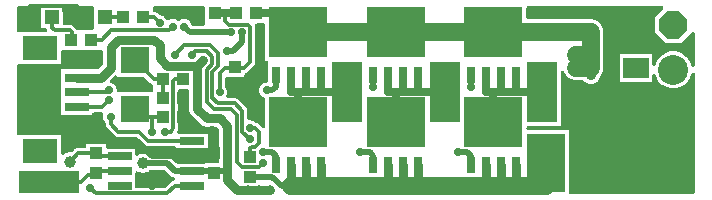
<source format=gbr>
G04 --- HEADER BEGIN --- *
%TF.GenerationSoftware,LibrePCB,LibrePCB,0.1.0*%
%TF.CreationDate,2018-04-15T17:46:50*%
%TF.ProjectId,Demo Brushless Controller Project - default,ace706f3-b818-4ce9-86ab-e3185109c18f,v1*%
%TF.Part,Single*%
%FSLAX66Y66*%
%MOMM*%
G01*
G74*
G04 --- HEADER END --- *
G04 --- APERTURE LIST BEGIN --- *
%ADD10P,2.54X8X22.5*%
%ADD11R,1.0X1.1*%
%ADD12R,1.2X1.2*%
%ADD13C,2.54*%
%ADD14P,2.54X8X292.5*%
%ADD15R,0.7X1.4*%
%ADD16R,5.0X4.3*%
%ADD17R,2.0X0.8*%
%ADD18R,3.0X2.1*%
%ADD19R,1.1X1.0*%
%ADD20R,2.54X5.08*%
%ADD21R,2.4X2.2*%
%ADD22R,2.16X1.78*%
%ADD23R,5.08X1.8288*%
%ADD24R,2.032X0.6604*%
%ADD25R,3.2X5.0*%
%ADD26C,0.7*%
%ADD27C,0.8*%
%ADD28C,1.0*%
%ADD29C,0.9*%
%ADD30C,0.5*%
%ADD31C,0.3*%
%ADD32C,1.5*%
%ADD33C,0.0*%
G04 --- APERTURE LIST END --- *
G04 --- BOARD BEGIN --- *
D10*
X55880000Y14605000D03*
D11*
X20535000Y15557500D03*
X18835000Y15557500D03*
D12*
X7717500Y15240000D03*
X5617500Y15240000D03*
D11*
X14343750Y10001250D03*
X12643750Y10001250D03*
D13*
X55880000Y10795000D03*
D14*
X55880000Y5715000D03*
D15*
X23495000Y2747500D03*
X24765000Y2747500D03*
X26035000Y2747500D03*
D16*
X24130000Y6397500D03*
D15*
X22225000Y2747500D03*
D17*
X5357500Y7630000D03*
D18*
X2232500Y12630000D03*
D17*
X5357500Y6380000D03*
X5357500Y8880000D03*
D18*
X2232500Y3880000D03*
D17*
X5357500Y10130000D03*
D19*
X6985000Y3707500D03*
X6985000Y2007500D03*
D15*
X23495000Y10367500D03*
X24765000Y10367500D03*
X26035000Y10367500D03*
D16*
X24130000Y14017500D03*
D15*
X22225000Y10367500D03*
X31750000Y2747500D03*
X33020000Y2747500D03*
X34290000Y2747500D03*
D16*
X32385000Y6397500D03*
D15*
X30480000Y2747500D03*
D11*
X4865000Y13335000D03*
X6565000Y13335000D03*
D10*
X55880000Y1905000D03*
D15*
X31750000Y10367500D03*
X33020000Y10367500D03*
X34290000Y10367500D03*
D16*
X32385000Y14017500D03*
D15*
X30480000Y10367500D03*
D11*
X9310000Y15240000D03*
X11010000Y15240000D03*
X16986250Y3707500D03*
X16986250Y2007500D03*
D20*
X36512500Y8890000D03*
X44767500Y8890000D03*
D15*
X40005000Y10367500D03*
X41275000Y10367500D03*
X42545000Y10367500D03*
D16*
X40640000Y14017500D03*
D15*
X38735000Y10367500D03*
D21*
X10318750Y7475000D03*
X10318750Y11575000D03*
D19*
X20002500Y1690000D03*
X20002500Y3390000D03*
X12643750Y6826250D03*
X14343750Y6826250D03*
D22*
X52705000Y6850000D03*
X52705000Y10920000D03*
D15*
X40005000Y2747500D03*
X41275000Y2747500D03*
X42545000Y2747500D03*
D16*
X40640000Y6397500D03*
D15*
X38735000Y2747500D03*
D23*
X3016250Y1270000D03*
D24*
X15138400Y952500D03*
X8991600Y4762500D03*
X8991600Y952500D03*
X15138400Y3492500D03*
X15138400Y2222500D03*
X8991600Y3492500D03*
X8991600Y2222500D03*
X15138400Y4762500D03*
D12*
X3272500Y15240000D03*
X1172500Y15240000D03*
D20*
X28257500Y8890000D03*
D25*
X49828450Y2857500D03*
X45104050Y2857500D03*
D11*
X17042500Y15557500D03*
X15342500Y15557500D03*
D19*
X12643750Y8413750D03*
X14343750Y8413750D03*
D11*
X18732500Y9310000D03*
X18732500Y11010000D03*
D26*
X8255000Y12065000D03*
X16033750Y11588750D03*
D27*
X18891250Y635000D03*
X19843750Y635000D03*
X20796250Y635000D03*
X21748750Y635000D03*
D28*
X10953750Y2857500D03*
D26*
X41275000Y4762500D03*
X21431250Y9048750D03*
X37623750Y3810000D03*
X13493750Y14446250D03*
X21113750Y3810000D03*
X11747500Y5556250D03*
D28*
X27622500Y14128750D03*
X35877500Y14128750D03*
X44132500Y14128750D03*
D29*
X48895000Y12700000D03*
X47625000Y12065000D03*
X47625000Y10953750D03*
X48895000Y10318750D03*
D28*
X4762500Y3016250D03*
D26*
X15081250Y12065000D03*
X21113750Y2857500D03*
X8096250Y8255000D03*
X12858750Y5556250D03*
X17462500Y8890000D03*
X29368750Y3810000D03*
X6508750Y793750D03*
X14446250Y14446250D03*
X18415000Y13970000D03*
X12700000Y1905000D03*
X15240000Y5715000D03*
X14446250Y5715000D03*
X10477500Y9525000D03*
X7620000Y5715000D03*
X7620000Y4921250D03*
X20002500Y9525000D03*
X16033750Y5715000D03*
X16827500Y5715000D03*
D27*
X2698750Y9366250D03*
X2698750Y8255000D03*
X2698750Y7143750D03*
X2698750Y6032500D03*
D26*
X4603750Y5080000D03*
X4603750Y4286250D03*
D27*
X2698750Y10477500D03*
D26*
X4445000Y15875000D03*
X13176250Y15398750D03*
X13970000Y15398750D03*
D29*
X53022500Y8572500D03*
D27*
X1587500Y9366250D03*
X1587500Y8255000D03*
X1587500Y7143750D03*
X1587500Y6032500D03*
D26*
X11747500Y952500D03*
X8096250Y9048750D03*
X8255000Y6826250D03*
X24765000Y4762500D03*
X12382500Y14763750D03*
X30480000Y9366250D03*
X33020000Y4762500D03*
X18097500Y12382500D03*
X19367500Y13970000D03*
X13652500Y12065000D03*
X20002500Y4921250D03*
X20002500Y5873750D03*
X38735000Y9366250D03*
D27*
X8255000Y12065000D02*
X8255000Y10953750D01*
X8255000Y12065000D02*
X8255000Y12700000D01*
X7431250Y10130000D02*
X8255000Y10953750D01*
X5357500Y10130000D02*
X7431250Y10130000D01*
X8255000Y12700000D02*
X8890000Y13335000D01*
X8890000Y13335000D02*
X11906250Y13335000D01*
X11906250Y13335000D02*
X12382500Y12858750D01*
X12382500Y12858750D02*
X12382500Y11747500D01*
X12382500Y11747500D02*
X13017500Y11112500D01*
X15557500Y11112500D02*
X13017500Y11112500D01*
X16033750Y11588750D02*
X15557500Y11112500D01*
X15557500Y11112500D02*
X15557500Y7461250D01*
X15557500Y7461250D02*
X16351250Y6667500D01*
X17462500Y6667500D02*
X16351250Y6667500D01*
X18097500Y6032500D02*
X17462500Y6667500D01*
X18097500Y2222500D02*
X18097500Y6032500D01*
X18097500Y1428750D02*
X18097500Y2222500D01*
D30*
X18097500Y2222500D02*
X16986250Y2222500D01*
D27*
X18891250Y635000D02*
X18097500Y1428750D01*
X19843750Y635000D02*
X18891250Y635000D01*
X20796250Y635000D02*
X19843750Y635000D01*
X21748750Y635000D02*
X20796250Y635000D01*
D30*
X16986250Y2222500D02*
X16986250Y2007500D01*
X16986250Y2222500D02*
X15138400Y2222500D01*
X15138400Y2222500D02*
X13652500Y2222500D01*
X13017500Y2857500D02*
X13652500Y2222500D01*
X10953750Y2857500D02*
X13017500Y2857500D01*
D26*
X40005000Y10367500D02*
X40005000Y8890000D01*
X40005000Y8890000D02*
X40640000Y8890000D01*
X40640000Y6397500D02*
X40640000Y8890000D01*
X40640000Y8890000D02*
X41275000Y8890000D01*
X41275000Y10367500D02*
X41275000Y8890000D01*
X41275000Y8890000D02*
X42545000Y8890000D01*
X42545000Y10367500D02*
X42545000Y8890000D01*
X42545000Y8890000D02*
X44767500Y8890000D01*
D30*
X21431250Y9048750D02*
X21907500Y9048750D01*
X21907500Y9048750D02*
X22225000Y9366250D01*
X22225000Y10367500D02*
X22225000Y9366250D01*
X37623750Y3810000D02*
X38417500Y3810000D01*
X38417500Y3810000D02*
X38735000Y3492500D01*
X38735000Y2747500D02*
X38735000Y3492500D01*
D31*
X11906250Y10001250D02*
X10318750Y11575000D01*
X12643750Y10001250D02*
X11906250Y10001250D01*
X12700000Y8628750D02*
X12643750Y10001250D01*
X12643750Y8413750D02*
X12700000Y8628750D01*
X13176250Y14128750D02*
X13493750Y14446250D01*
X8255000Y14128750D02*
X13176250Y14128750D01*
X7461250Y13335000D02*
X8255000Y14128750D01*
X6565000Y13335000D02*
X7461250Y13335000D01*
D30*
X21113750Y3810000D02*
X21907500Y3810000D01*
X21907500Y3810000D02*
X22225000Y3492500D01*
X22225000Y2747500D02*
X22225000Y3492500D01*
D31*
X11747500Y6826250D02*
X11747500Y5556250D01*
X12643750Y6826250D02*
X11747500Y6826250D01*
X11747500Y6826250D02*
X10953750Y6826250D01*
X10953750Y6826250D02*
X10318750Y7475000D01*
D32*
X48895000Y12065000D02*
X47625000Y12065000D01*
X48895000Y12065000D02*
X48895000Y14017500D01*
X48895000Y10953750D02*
X48895000Y12065000D01*
X24130000Y14017500D02*
X48895000Y14017500D01*
D26*
X23971250Y15557500D02*
X24130000Y14017500D01*
X20535000Y15557500D02*
X23971250Y15557500D01*
D32*
X48895000Y10953750D02*
X47625000Y10953750D01*
D31*
X5453750Y3707500D02*
X4762500Y3016250D01*
X6985000Y3707500D02*
X5453750Y3707500D01*
X6985000Y3707500D02*
X7200000Y3492500D01*
X7200000Y3492500D02*
X8991600Y3492500D01*
X9310000Y15240000D02*
X7717500Y15240000D01*
X15398750Y12382500D02*
X15081250Y12065000D01*
X15875000Y12382500D02*
X15398750Y12382500D01*
X16351250Y12382500D02*
X15875000Y12382500D01*
X16827500Y11906250D02*
X16351250Y12382500D01*
X16827500Y11271250D02*
X16827500Y11906250D01*
X16351250Y10795000D02*
X16827500Y11271250D01*
X16351250Y8096250D02*
X16351250Y10795000D01*
X16986250Y7461250D02*
X16351250Y8096250D01*
X18415000Y7461250D02*
X16986250Y7461250D01*
X18891250Y6985000D02*
X18415000Y7461250D01*
X18891250Y3016250D02*
X18891250Y6985000D01*
X19367500Y2540000D02*
X18891250Y3016250D01*
X20796250Y2540000D02*
X19367500Y2540000D01*
X21113750Y2857500D02*
X20796250Y2540000D01*
X7471250Y7630000D02*
X8096250Y8255000D01*
X5357500Y7630000D02*
X7471250Y7630000D01*
X12858750Y5556250D02*
X13335000Y5556250D01*
X13493750Y5873750D02*
X13335000Y5556250D01*
X13493750Y9842500D02*
X13493750Y5873750D01*
X13652500Y10001250D02*
X13493750Y9842500D01*
X14343750Y10001250D02*
X13652500Y10001250D01*
X17462500Y8890000D02*
X17462500Y10477500D01*
X17462500Y10477500D02*
X17938750Y10953750D01*
X18732500Y11010000D02*
X17938750Y10953750D01*
X18732500Y11010000D02*
X19526250Y10953750D01*
X19526250Y10953750D02*
X20002500Y11430000D01*
X20002500Y11430000D02*
X20002500Y14446250D01*
X20002500Y14446250D02*
X19843750Y14605000D01*
X19843750Y14605000D02*
X18256250Y14605000D01*
X18256250Y14605000D02*
X17938750Y14922500D01*
X17938750Y15557500D02*
X17938750Y14922500D01*
D26*
X17938750Y15557500D02*
X17042500Y15557500D01*
X18835000Y15557500D02*
X17938750Y15557500D01*
D32*
X45104050Y2857500D02*
X45104050Y952500D01*
X45104050Y952500D02*
X42545000Y952500D01*
D27*
X42545000Y952500D02*
X42545000Y2747500D01*
D32*
X42545000Y952500D02*
X41275000Y952500D01*
D27*
X41275000Y952500D02*
X41275000Y2747500D01*
D32*
X41275000Y952500D02*
X40005000Y952500D01*
D27*
X40005000Y952500D02*
X40005000Y2747500D01*
D32*
X40005000Y952500D02*
X34290000Y952500D01*
D27*
X34290000Y952500D02*
X34290000Y2747500D01*
D32*
X34290000Y952500D02*
X33020000Y952500D01*
D27*
X33020000Y952500D02*
X33020000Y2747500D01*
D32*
X33020000Y952500D02*
X31750000Y952500D01*
D27*
X31750000Y952500D02*
X31750000Y2747500D01*
D32*
X31750000Y952500D02*
X26035000Y952500D01*
D27*
X26035000Y952500D02*
X26035000Y2747500D01*
D32*
X26035000Y952500D02*
X24765000Y952500D01*
D27*
X24765000Y952500D02*
X24765000Y2747500D01*
D32*
X23495000Y952500D02*
X24765000Y952500D01*
D30*
X23495000Y952500D02*
X22701250Y952500D01*
D27*
X23495000Y952500D02*
X23495000Y2747500D01*
D30*
X21907500Y1690000D02*
X22701250Y952500D01*
X20002500Y1690000D02*
X21907500Y1690000D01*
X29368750Y3810000D02*
X30162500Y3810000D01*
X30162500Y3810000D02*
X30480000Y3492500D01*
X30480000Y2747500D02*
X30480000Y3492500D01*
D31*
X6508750Y793750D02*
X6985000Y317500D01*
X6985000Y317500D02*
X13017500Y317500D01*
X13017500Y317500D02*
X13652500Y952500D01*
X13652500Y952500D02*
X15138400Y952500D01*
D30*
X14922500Y13970000D02*
X14446250Y14446250D01*
X18415000Y13970000D02*
X14922500Y13970000D01*
X14343750Y5715000D02*
X15240000Y5715000D01*
X15240000Y5715000D02*
X16033750Y5715000D01*
X14343750Y5715000D02*
X14446250Y5715000D01*
X14343750Y6826250D02*
X14343750Y5715000D01*
X7620000Y5715000D02*
X7620000Y4921250D01*
X6955000Y6380000D02*
X7620000Y5715000D01*
X7620000Y4921250D02*
X7778750Y4762500D01*
X7778750Y4762500D02*
X8991600Y4762500D01*
X8991600Y4762500D02*
X10477500Y4762500D01*
X11747500Y3492500D02*
X10477500Y4762500D01*
X15138400Y3492500D02*
X11747500Y3492500D01*
X16986250Y3492500D02*
X15138400Y3492500D01*
X16986250Y3707500D02*
X16986250Y3492500D01*
X5357500Y6380000D02*
X6955000Y6380000D01*
D31*
X19787500Y9310000D02*
X20002500Y9525000D01*
X18732500Y9310000D02*
X19787500Y9310000D01*
D30*
X16033750Y5715000D02*
X16827500Y5715000D01*
D31*
X4445000Y16192500D02*
X4445000Y15875000D01*
X1428750Y16192500D02*
X4445000Y16192500D01*
X4445000Y16192500D02*
X5397500Y16192500D01*
X1172500Y15936250D02*
X1428750Y16192500D01*
X1172500Y15240000D02*
X1172500Y15936250D01*
X5397500Y16192500D02*
X5556250Y16033750D01*
X5617500Y15240000D02*
X5556250Y16033750D01*
D26*
X13970000Y15398750D02*
X13970000Y15557500D01*
X13970000Y15557500D02*
X15342500Y15557500D01*
D31*
X7927500Y8880000D02*
X8096250Y9048750D01*
X5357500Y8880000D02*
X7927500Y8880000D01*
X8255000Y6826250D02*
X8255000Y6191250D01*
X8890000Y5556250D02*
X8255000Y6191250D01*
X10636250Y5556250D02*
X8890000Y5556250D01*
X11430000Y4762500D02*
X10636250Y5556250D01*
X15138400Y4762500D02*
X11430000Y4762500D01*
D26*
X28257500Y8890000D02*
X26035000Y8890000D01*
X26035000Y10367500D02*
X26035000Y8890000D01*
X26035000Y8890000D02*
X24765000Y8890000D01*
X24765000Y10367500D02*
X24765000Y8890000D01*
X24765000Y8890000D02*
X24130000Y8890000D01*
X24130000Y6397500D02*
X24130000Y8890000D01*
X24130000Y8890000D02*
X23495000Y8890000D01*
X23495000Y8890000D02*
X23495000Y10367500D01*
D31*
X11906250Y15240000D02*
X12382500Y14763750D01*
X11010000Y15240000D02*
X11906250Y15240000D01*
D30*
X30480000Y10367500D02*
X30480000Y9366250D01*
D26*
X36512500Y8890000D02*
X34290000Y8890000D01*
X34290000Y10367500D02*
X34290000Y8890000D01*
X34290000Y8890000D02*
X33020000Y8890000D01*
X33020000Y10367500D02*
X33020000Y8890000D01*
X33020000Y8890000D02*
X32385000Y8890000D01*
X32385000Y6397500D02*
X32385000Y8890000D01*
X32385000Y8890000D02*
X31750000Y8890000D01*
X31750000Y8890000D02*
X31750000Y10367500D01*
D30*
X18097500Y12382500D02*
X18573750Y12382500D01*
X19367500Y13176250D02*
X18573750Y12382500D01*
X19367500Y13970000D02*
X19367500Y13176250D01*
D31*
X14446250Y12858750D02*
X13652500Y12065000D01*
X16668750Y12858750D02*
X14446250Y12858750D01*
X17303750Y12223750D02*
X16668750Y12858750D01*
X17303750Y11112500D02*
X17303750Y12223750D01*
X16827500Y10636250D02*
X17303750Y11112500D01*
X16827500Y8413750D02*
X16827500Y10636250D01*
X17303750Y7937500D02*
X16827500Y8413750D01*
X18732500Y7937500D02*
X17303750Y7937500D01*
X19367500Y7302500D02*
X18732500Y7937500D01*
X19367500Y5556250D02*
X19367500Y7302500D01*
X20002500Y4921250D02*
X19367500Y5556250D01*
X20002500Y5873750D02*
X20478750Y5873750D01*
X20478750Y5873750D02*
X20796250Y5556250D01*
X20796250Y5556250D02*
X20796250Y4603750D01*
X20796250Y4603750D02*
X20478750Y4286250D01*
X20478750Y4286250D02*
X20161250Y4286250D01*
X20161250Y4286250D02*
X20002500Y4127500D01*
X20002500Y3390000D02*
X20002500Y4127500D01*
X6985000Y2007500D02*
X7200000Y2222500D01*
X6985000Y2007500D02*
X6882500Y1905000D01*
X7200000Y2222500D02*
X8991600Y2222500D01*
X6882500Y1905000D02*
X6350000Y1905000D01*
X6350000Y1905000D02*
X5715000Y1270000D01*
X5715000Y1270000D02*
X3016250Y1270000D01*
D30*
X38735000Y10367500D02*
X38735000Y9366250D01*
D31*
X3272500Y15240000D02*
X3272500Y14348750D01*
X3272500Y14348750D02*
X3492500Y14128750D01*
X3492500Y14128750D02*
X4762500Y14128750D01*
X4762500Y14128750D02*
X4921250Y13970000D01*
X4865000Y13335000D02*
X4921250Y13970000D01*
D33*
G36*
X2792078Y13999667D02*
X2846859Y14053510D01*
X2867805Y14127410D01*
X2854272Y14192311D01*
X2845185Y14212209D01*
X2839298Y14232259D01*
X2799510Y14297962D01*
X2695374Y14340000D01*
X2392029Y14340000D01*
X2376938Y14343997D01*
X2372500Y14360187D01*
X2372500Y16050000D01*
X2352833Y16124251D01*
X2298990Y16179032D01*
X2222500Y16200000D01*
X450000Y16200000D01*
X375749Y16180333D01*
X320968Y16126490D01*
X300000Y16050000D01*
X300000Y14130000D01*
X319667Y14055749D01*
X373510Y14000968D01*
X450000Y13980000D01*
X2717827Y13980000D01*
X2792078Y13999667D01*
G37*
G36*
X57624251Y319667D02*
X57679032Y373510D01*
X57700000Y450000D01*
X57700000Y10403896D01*
X57680333Y10478147D01*
X57626490Y10532928D01*
X57552590Y10553874D01*
X57478010Y10535492D01*
X57422308Y10482603D01*
X57404145Y10438913D01*
X57374535Y10315578D01*
X57370902Y10304396D01*
X57281137Y10087682D01*
X57275800Y10077207D01*
X57153237Y9877204D01*
X57146326Y9867693D01*
X56993985Y9689324D01*
X56985675Y9681014D01*
X56807306Y9528673D01*
X56797795Y9521762D01*
X56597792Y9399199D01*
X56587317Y9393862D01*
X56370603Y9304097D01*
X56359421Y9300464D01*
X56131332Y9245705D01*
X56119733Y9243867D01*
X55885870Y9225462D01*
X55874130Y9225462D01*
X55640266Y9243867D01*
X55628667Y9245705D01*
X55400578Y9300464D01*
X55389396Y9304097D01*
X55172682Y9393862D01*
X55162207Y9399199D01*
X54962204Y9521762D01*
X54952693Y9528673D01*
X54774324Y9681014D01*
X54766014Y9689324D01*
X54613673Y9867693D01*
X54606762Y9877204D01*
X54484199Y10077207D01*
X54478862Y10087682D01*
X54389097Y10304396D01*
X54385464Y10315578D01*
X54380855Y10334776D01*
X54344398Y10402385D01*
X54279254Y10443082D01*
X54202506Y10446197D01*
X54134278Y10410913D01*
X54092462Y10346481D01*
X54085000Y10299759D01*
X54085000Y9749529D01*
X54081003Y9734438D01*
X54064813Y9730000D01*
X51344529Y9730000D01*
X51329438Y9733997D01*
X51325000Y9750187D01*
X51325000Y12090471D01*
X51328997Y12105562D01*
X51345187Y12110000D01*
X54065471Y12110000D01*
X54080562Y12106003D01*
X54085000Y12089813D01*
X54085000Y11290240D01*
X54104667Y11215989D01*
X54158510Y11161208D01*
X54232410Y11140262D01*
X54306990Y11158644D01*
X54362692Y11211533D01*
X54380855Y11255223D01*
X54385464Y11274421D01*
X54389097Y11285603D01*
X54478862Y11502317D01*
X54484199Y11512792D01*
X54606762Y11712795D01*
X54613673Y11722306D01*
X54766014Y11900675D01*
X54774324Y11908985D01*
X54952693Y12061326D01*
X54962204Y12068237D01*
X55162207Y12190800D01*
X55172682Y12196137D01*
X55389396Y12285902D01*
X55400578Y12289535D01*
X55628667Y12344294D01*
X55640266Y12346132D01*
X55874130Y12364538D01*
X55885870Y12364538D01*
X56119733Y12346132D01*
X56131332Y12344294D01*
X56359421Y12289535D01*
X56370603Y12285902D01*
X56587317Y12196137D01*
X56597792Y12190800D01*
X56797795Y12068237D01*
X56807306Y12061326D01*
X56985675Y11908985D01*
X56993985Y11900675D01*
X57146326Y11722306D01*
X57153237Y11712795D01*
X57275800Y11512792D01*
X57281137Y11502317D01*
X57370902Y11285603D01*
X57374535Y11274421D01*
X57404145Y11151086D01*
X57440601Y11083478D01*
X57505745Y11042780D01*
X57582493Y11039665D01*
X57650721Y11074949D01*
X57692538Y11139380D01*
X57700000Y11186103D01*
X57700000Y13842553D01*
X57680333Y13916804D01*
X57626490Y13971585D01*
X57552590Y13992531D01*
X57478010Y13974149D01*
X57443934Y13948619D01*
X56544124Y13048809D01*
X56520394Y13035017D01*
X56520265Y13035000D01*
X55249214Y13035000D01*
X55222682Y13042027D01*
X55222577Y13042108D01*
X54323809Y13940876D01*
X54310017Y13964606D01*
X54310000Y13964735D01*
X54310000Y15235786D01*
X54317027Y15262318D01*
X54317108Y15262423D01*
X54998619Y15943934D01*
X55037216Y16010344D01*
X55037879Y16087152D01*
X55000435Y16154219D01*
X54934701Y16193957D01*
X54892553Y16200000D01*
X43590000Y16200000D01*
X43515749Y16180333D01*
X43460968Y16126490D01*
X43440000Y16050000D01*
X43440000Y15217500D01*
X43459667Y15143249D01*
X43513510Y15088468D01*
X43590000Y15067500D01*
X48891531Y15067500D01*
X48898455Y15067180D01*
X48936439Y15063660D01*
X48950280Y15063020D01*
X48984946Y15063020D01*
X48998694Y15061746D01*
X49032776Y15055375D01*
X49046498Y15053461D01*
X49081030Y15050261D01*
X49094610Y15047722D01*
X49127960Y15038234D01*
X49141444Y15035062D01*
X49175532Y15028690D01*
X49188812Y15024911D01*
X49221148Y15012384D01*
X49234285Y15007981D01*
X49267635Y14998492D01*
X49280515Y14993503D01*
X49311556Y14978046D01*
X49324232Y14972449D01*
X49356558Y14959926D01*
X49368925Y14953768D01*
X49398404Y14935516D01*
X49410506Y14928775D01*
X49441541Y14913321D01*
X49453287Y14906049D01*
X49480963Y14885149D01*
X49492393Y14877319D01*
X49521876Y14859064D01*
X49532896Y14850742D01*
X49558522Y14827382D01*
X49569176Y14818534D01*
X49596847Y14797637D01*
X49607060Y14788327D01*
X49630414Y14762709D01*
X49640209Y14752914D01*
X49665833Y14729554D01*
X49675134Y14719352D01*
X49696031Y14691679D01*
X49704883Y14681020D01*
X49728244Y14655394D01*
X49736568Y14644372D01*
X49754826Y14614883D01*
X49762656Y14603452D01*
X49783548Y14575786D01*
X49790821Y14564041D01*
X49806272Y14533011D01*
X49813013Y14520908D01*
X49831272Y14491418D01*
X49837423Y14479065D01*
X49849952Y14446725D01*
X49855548Y14434052D01*
X49871003Y14403014D01*
X49875992Y14390135D01*
X49885481Y14356784D01*
X49889884Y14343648D01*
X49902411Y14311312D01*
X49906190Y14298031D01*
X49912562Y14263945D01*
X49915734Y14250459D01*
X49925223Y14217108D01*
X49927761Y14203531D01*
X49930961Y14168999D01*
X49932875Y14155277D01*
X49939246Y14121194D01*
X49940520Y14107448D01*
X49940520Y14072780D01*
X49941160Y14058939D01*
X49944680Y14020955D01*
X49945000Y14014031D01*
X49945000Y10957219D01*
X49944680Y10950295D01*
X49941160Y10912311D01*
X49940520Y10898470D01*
X49940520Y10863803D01*
X49939246Y10850055D01*
X49932875Y10815973D01*
X49930961Y10802251D01*
X49927761Y10767719D01*
X49925222Y10754139D01*
X49915734Y10720789D01*
X49912562Y10707305D01*
X49906190Y10673217D01*
X49902411Y10659937D01*
X49889884Y10627601D01*
X49885481Y10614464D01*
X49875992Y10581114D01*
X49871003Y10568234D01*
X49855546Y10537193D01*
X49849949Y10524517D01*
X49837426Y10492191D01*
X49831268Y10479824D01*
X49813016Y10450345D01*
X49806275Y10438243D01*
X49790821Y10407208D01*
X49783549Y10395462D01*
X49762649Y10367786D01*
X49754819Y10356356D01*
X49736564Y10326873D01*
X49728242Y10315853D01*
X49704882Y10290227D01*
X49696034Y10279573D01*
X49675137Y10251902D01*
X49664915Y10240689D01*
X49631863Y10167790D01*
X49629013Y10168441D01*
X49623415Y10143914D01*
X49573506Y10001283D01*
X49566247Y9986208D01*
X49485855Y9858265D01*
X49475415Y9845174D01*
X49368575Y9738334D01*
X49355484Y9727894D01*
X49227541Y9647502D01*
X49212466Y9640243D01*
X49069834Y9590334D01*
X49053526Y9586612D01*
X48903369Y9569693D01*
X48886631Y9569693D01*
X48736473Y9586612D01*
X48720165Y9590334D01*
X48577533Y9640243D01*
X48562458Y9647502D01*
X48434515Y9727894D01*
X48421424Y9738334D01*
X48314580Y9845178D01*
X48312911Y9847271D01*
X48311264Y9848494D01*
X48308626Y9851132D01*
X48308236Y9850742D01*
X48251241Y9893062D01*
X48195635Y9903750D01*
X47628469Y9903750D01*
X47621544Y9904070D01*
X47438967Y9920988D01*
X47425395Y9923525D01*
X47252363Y9972757D01*
X47239492Y9977743D01*
X47078452Y10057931D01*
X47066714Y10065198D01*
X46923154Y10173610D01*
X46912944Y10182918D01*
X46791756Y10315854D01*
X46783430Y10326879D01*
X46688730Y10479826D01*
X46682571Y10492195D01*
X46627371Y10634684D01*
X46582210Y10696817D01*
X46512214Y10728448D01*
X46435737Y10721284D01*
X46372834Y10677202D01*
X46337500Y10580498D01*
X46337500Y6069529D01*
X46333503Y6054438D01*
X46317313Y6050000D01*
X43590000Y6050000D01*
X43515749Y6030333D01*
X43460968Y5976490D01*
X43440000Y5900000D01*
X43440000Y5807500D01*
X43459667Y5733249D01*
X43513510Y5678468D01*
X43590000Y5657500D01*
X46984521Y5657500D01*
X46999612Y5653503D01*
X47004050Y5637313D01*
X47004050Y450000D01*
X47023717Y375749D01*
X47077560Y320968D01*
X47154050Y300000D01*
X57550000Y300000D01*
X57624251Y319667D01*
G37*
G36*
X5755515Y14176866D02*
X5785187Y14185000D01*
X6668871Y14185000D01*
X6743122Y14204667D01*
X6797903Y14258510D01*
X6818849Y14332410D01*
X6817500Y14343129D01*
X6817500Y16050000D01*
X6797833Y16124251D01*
X6743990Y16179032D01*
X6667500Y16200000D01*
X4322500Y16200000D01*
X4248249Y16180333D01*
X4193468Y16126490D01*
X4172500Y16050000D01*
X4172500Y14728750D01*
X4192167Y14654499D01*
X4246010Y14599718D01*
X4322500Y14578750D01*
X4757138Y14578750D01*
X4767808Y14577987D01*
X4804834Y14572663D01*
X4815481Y14571518D01*
X4847456Y14569231D01*
X4873476Y14563570D01*
X4899035Y14556066D01*
X4928185Y14542754D01*
X4938074Y14538658D01*
X4968111Y14527454D01*
X4991491Y14514687D01*
X5013899Y14500287D01*
X5038120Y14479299D01*
X5046456Y14472581D01*
X5076404Y14450161D01*
X5084489Y14443156D01*
X5235654Y14291991D01*
X5246167Y14279858D01*
X5246283Y14279959D01*
X5249802Y14275827D01*
X5270515Y14247157D01*
X5329939Y14198488D01*
X5392103Y14185000D01*
X5645471Y14185000D01*
X5677453Y14176529D01*
X5755515Y14176866D01*
G37*
G36*
X16177031Y14539667D02*
X16231812Y14593510D01*
X16252758Y14667410D01*
X16247443Y14709657D01*
X16242500Y14727688D01*
X16242500Y16050000D01*
X16222833Y16124251D01*
X16168990Y16179032D01*
X16092500Y16200000D01*
X11960000Y16200000D01*
X11885749Y16180333D01*
X11830968Y16126490D01*
X11810000Y16050000D01*
X11810000Y15833814D01*
X11829667Y15759563D01*
X11883510Y15704782D01*
X11938653Y15685341D01*
X11948585Y15683913D01*
X11959231Y15682768D01*
X11991206Y15680481D01*
X12017226Y15674820D01*
X12042785Y15667316D01*
X12071935Y15654004D01*
X12081824Y15649908D01*
X12111861Y15638704D01*
X12135241Y15625937D01*
X12157649Y15611537D01*
X12181870Y15590549D01*
X12190206Y15583831D01*
X12220154Y15561411D01*
X12228239Y15554406D01*
X12329701Y15452944D01*
X12396111Y15414347D01*
X12435767Y15409010D01*
X12451775Y15409010D01*
X12469659Y15406838D01*
X12604183Y15373682D01*
X12621028Y15367293D01*
X12743703Y15302908D01*
X12758536Y15292670D01*
X12862239Y15200796D01*
X12874186Y15187310D01*
X12952893Y15073285D01*
X12958146Y15063277D01*
X13010066Y15006671D01*
X13083200Y14983188D01*
X13160672Y15000169D01*
X13255224Y15049794D01*
X13272066Y15056182D01*
X13406590Y15089338D01*
X13424474Y15091510D01*
X13563025Y15091510D01*
X13580909Y15089338D01*
X13715433Y15056182D01*
X13732278Y15049793D01*
X13854955Y14985407D01*
X13869787Y14975170D01*
X13870531Y14974511D01*
X13871309Y14974120D01*
X13877256Y14970015D01*
X13877826Y14970841D01*
X13939150Y14939994D01*
X14015859Y14943969D01*
X14062417Y14970493D01*
X14062746Y14970016D01*
X14068259Y14973821D01*
X14069468Y14974510D01*
X14070213Y14975170D01*
X14085046Y14985408D01*
X14207721Y15049793D01*
X14224566Y15056182D01*
X14359090Y15089338D01*
X14376974Y15091510D01*
X14515525Y15091510D01*
X14533409Y15089338D01*
X14667933Y15056182D01*
X14684778Y15049793D01*
X14807453Y14985408D01*
X14822286Y14975170D01*
X14925989Y14883296D01*
X14937936Y14869810D01*
X15016641Y14755788D01*
X15025014Y14739835D01*
X15071351Y14617655D01*
X15105537Y14564780D01*
X15106383Y14563934D01*
X15172793Y14525337D01*
X15212449Y14520000D01*
X16102780Y14520000D01*
X16177031Y14539667D01*
G37*
G36*
X21284219Y5913145D02*
X21323957Y5978879D01*
X21330000Y6021027D01*
X21330000Y8291616D01*
X21310333Y8365867D01*
X21256490Y8420648D01*
X21215898Y8437257D01*
X21209565Y8438818D01*
X21192721Y8445206D01*
X21070046Y8509591D01*
X21055213Y8519829D01*
X20951510Y8611703D01*
X20939563Y8625189D01*
X20860858Y8739211D01*
X20852485Y8755164D01*
X20803355Y8884710D01*
X20799043Y8902201D01*
X20782344Y9039740D01*
X20782344Y9057760D01*
X20799043Y9195298D01*
X20803355Y9212789D01*
X20852485Y9342335D01*
X20860858Y9358288D01*
X20939563Y9472310D01*
X20951510Y9485796D01*
X21055213Y9577670D01*
X21070046Y9587908D01*
X21192721Y9652293D01*
X21209566Y9658682D01*
X21344090Y9691838D01*
X21361974Y9694010D01*
X21425000Y9694010D01*
X21499251Y9713677D01*
X21554032Y9767520D01*
X21575000Y9844010D01*
X21575000Y11347969D01*
X21583244Y11379093D01*
X21583244Y11455904D01*
X21545223Y11522645D01*
X21479149Y11561815D01*
X21438244Y11567500D01*
X21349529Y11567500D01*
X21334438Y11571497D01*
X21330000Y11587687D01*
X21330000Y14557500D01*
X21310333Y14631751D01*
X21256490Y14686532D01*
X21180000Y14707500D01*
X20590767Y14707500D01*
X20516516Y14687833D01*
X20461735Y14633990D01*
X20446889Y14542239D01*
X20442214Y14541905D01*
X20445264Y14499259D01*
X20446409Y14488612D01*
X20451737Y14451558D01*
X20452500Y14440888D01*
X20452500Y11435362D01*
X20451737Y11424693D01*
X20446411Y11387652D01*
X20445266Y11377005D01*
X20442980Y11345046D01*
X20437319Y11319022D01*
X20429815Y11293462D01*
X20416496Y11264298D01*
X20412400Y11254407D01*
X20401205Y11224391D01*
X20388436Y11201007D01*
X20374038Y11178603D01*
X20353036Y11154366D01*
X20346315Y11146025D01*
X20323908Y11116091D01*
X20316908Y11108013D01*
X19848237Y10639342D01*
X19840156Y10632340D01*
X19793337Y10597292D01*
X19793257Y10597233D01*
X19750861Y10565452D01*
X19741709Y10560469D01*
X19741310Y10560251D01*
X19731732Y10554998D01*
X19682699Y10536710D01*
X19682705Y10536693D01*
X19682606Y10536676D01*
X19629988Y10517011D01*
X19567320Y10472595D01*
X19532500Y10376503D01*
X19532500Y10179529D01*
X19528503Y10164438D01*
X19512313Y10160000D01*
X18062500Y10160000D01*
X17988249Y10140333D01*
X17933468Y10086490D01*
X17912500Y10010000D01*
X17912500Y9417502D01*
X17949076Y9321060D01*
X17949031Y9321029D01*
X17949156Y9320848D01*
X17950223Y9318034D01*
X17954186Y9313560D01*
X18032891Y9199538D01*
X18041264Y9183585D01*
X18090394Y9054040D01*
X18094706Y9036547D01*
X18111406Y8899010D01*
X18111406Y8880990D01*
X18094706Y8743452D01*
X18090394Y8725959D01*
X18039093Y8590691D01*
X18031151Y8514291D01*
X18062070Y8443977D01*
X18123740Y8398187D01*
X18179345Y8387500D01*
X18727138Y8387500D01*
X18737808Y8386737D01*
X18774862Y8381409D01*
X18785509Y8380264D01*
X18817456Y8377979D01*
X18843501Y8372313D01*
X18869031Y8364816D01*
X18898203Y8351494D01*
X18908097Y8347396D01*
X18938114Y8336200D01*
X18961507Y8323427D01*
X18983894Y8309039D01*
X19008117Y8288050D01*
X19016454Y8281332D01*
X19046414Y8258904D01*
X19054481Y8251914D01*
X19681908Y7624487D01*
X19688908Y7616408D01*
X19711324Y7586463D01*
X19718045Y7578122D01*
X19739037Y7553896D01*
X19753429Y7531502D01*
X19766203Y7508110D01*
X19777398Y7478093D01*
X19781496Y7468200D01*
X19794814Y7439038D01*
X19802318Y7413481D01*
X19807979Y7387458D01*
X19810264Y7355509D01*
X19811409Y7344862D01*
X19816737Y7307808D01*
X19817500Y7297138D01*
X19817500Y6669010D01*
X19837167Y6594759D01*
X19891010Y6539978D01*
X19967500Y6519010D01*
X20071775Y6519010D01*
X20089659Y6516838D01*
X20224183Y6483682D01*
X20241028Y6477293D01*
X20363703Y6412908D01*
X20378536Y6402670D01*
X20431822Y6355462D01*
X20509942Y6319265D01*
X20521083Y6317663D01*
X20531731Y6316518D01*
X20563706Y6314231D01*
X20589726Y6308570D01*
X20615285Y6301066D01*
X20644435Y6287754D01*
X20654324Y6283658D01*
X20684361Y6272454D01*
X20707741Y6259687D01*
X20730149Y6245287D01*
X20754370Y6224299D01*
X20762706Y6217581D01*
X20792654Y6195161D01*
X20800739Y6188156D01*
X21073934Y5914961D01*
X21140344Y5876364D01*
X21217152Y5875701D01*
X21284219Y5913145D01*
G37*
G36*
X16204406Y2857500D02*
X17247500Y2857500D01*
X17321751Y2877167D01*
X17376532Y2931010D01*
X17397500Y3007500D01*
X17397500Y5680419D01*
X17377833Y5754670D01*
X17353566Y5786485D01*
X17216485Y5923566D01*
X17150075Y5962163D01*
X17110419Y5967500D01*
X16355456Y5967500D01*
X16347071Y5967971D01*
X16320550Y5970959D01*
X16303756Y5971902D01*
X16281300Y5971902D01*
X16264657Y5973777D01*
X16242769Y5978773D01*
X16226185Y5981591D01*
X16203856Y5984107D01*
X16187530Y5987833D01*
X16166320Y5995255D01*
X16150156Y5999912D01*
X16128275Y6004906D01*
X16112457Y6010441D01*
X16092244Y6020175D01*
X16076704Y6026613D01*
X16055477Y6034041D01*
X16040398Y6041302D01*
X16021365Y6053262D01*
X16006638Y6061401D01*
X15986421Y6071136D01*
X15972239Y6080047D01*
X15954689Y6094043D01*
X15940972Y6103776D01*
X15921937Y6115737D01*
X15908852Y6126172D01*
X15892954Y6142070D01*
X15880412Y6153278D01*
X15859567Y6169902D01*
X15853301Y6175501D01*
X15065501Y6963301D01*
X15059902Y6969567D01*
X15043278Y6990412D01*
X15032070Y7002954D01*
X15016172Y7018852D01*
X15005737Y7031937D01*
X14993776Y7050972D01*
X14984043Y7064689D01*
X14970045Y7082242D01*
X14961136Y7096422D01*
X14951398Y7116642D01*
X14943261Y7131365D01*
X14931304Y7150394D01*
X14924041Y7165477D01*
X14916614Y7186701D01*
X14910176Y7202241D01*
X14900438Y7222462D01*
X14894907Y7238268D01*
X14889912Y7260154D01*
X14885255Y7276318D01*
X14877834Y7297526D01*
X14874107Y7313858D01*
X14871591Y7336186D01*
X14868773Y7352772D01*
X14863777Y7374660D01*
X14861902Y7391301D01*
X14861902Y7413756D01*
X14860959Y7430550D01*
X14857971Y7457071D01*
X14857500Y7465456D01*
X14857500Y9001250D01*
X14837833Y9075501D01*
X14783990Y9130282D01*
X14707500Y9151250D01*
X14093750Y9151250D01*
X14019499Y9131583D01*
X13964718Y9077740D01*
X13943750Y9001250D01*
X13943750Y5879112D01*
X13942987Y5868450D01*
X13939196Y5842078D01*
X13937763Y5826022D01*
X13937013Y5804773D01*
X13933252Y5783874D01*
X13933200Y5783718D01*
X13927070Y5757750D01*
X13927047Y5757587D01*
X13921064Y5737212D01*
X13912231Y5717871D01*
X13906329Y5702860D01*
X13897930Y5677586D01*
X13893847Y5667716D01*
X13864880Y5609782D01*
X13849264Y5534575D01*
X13872924Y5461498D01*
X13929655Y5409714D01*
X13999044Y5392700D01*
X16434871Y5392700D01*
X16449962Y5388703D01*
X16454400Y5372513D01*
X16454400Y4151829D01*
X16450403Y4136738D01*
X16434213Y4132300D01*
X13841929Y4132300D01*
X13826838Y4136297D01*
X13822400Y4152487D01*
X13822400Y4162500D01*
X13802733Y4236751D01*
X13748890Y4291532D01*
X13672400Y4312500D01*
X11435362Y4312500D01*
X11424692Y4313263D01*
X11387659Y4318588D01*
X11377010Y4319733D01*
X11345043Y4322019D01*
X11319026Y4327678D01*
X11293459Y4335185D01*
X11264303Y4348500D01*
X11254412Y4352597D01*
X11224393Y4363794D01*
X11201002Y4376567D01*
X11178603Y4390962D01*
X11154377Y4411954D01*
X11146036Y4418675D01*
X11116091Y4441091D01*
X11108012Y4448091D01*
X10493787Y5062316D01*
X10427377Y5100913D01*
X10387721Y5106250D01*
X8895362Y5106250D01*
X8884692Y5107013D01*
X8847631Y5112342D01*
X8836982Y5113487D01*
X8805045Y5115771D01*
X8779000Y5121436D01*
X8753457Y5128936D01*
X8724275Y5142263D01*
X8714382Y5146361D01*
X8684392Y5157546D01*
X8660967Y5170338D01*
X8638604Y5184710D01*
X8614367Y5205711D01*
X8606031Y5212429D01*
X8576086Y5234846D01*
X8568019Y5241836D01*
X7940594Y5869261D01*
X7933589Y5877346D01*
X7911181Y5907278D01*
X7904463Y5915614D01*
X7883464Y5939848D01*
X7869070Y5962245D01*
X7856294Y5985643D01*
X7845097Y6015662D01*
X7841000Y6025553D01*
X7827685Y6054709D01*
X7820180Y6080272D01*
X7814519Y6106294D01*
X7812231Y6138273D01*
X7811087Y6148914D01*
X7805763Y6185949D01*
X7805000Y6196613D01*
X7805000Y6298746D01*
X7768424Y6395190D01*
X7768468Y6395220D01*
X7768345Y6395399D01*
X7767277Y6398214D01*
X7763312Y6402689D01*
X7684608Y6516711D01*
X7676235Y6532664D01*
X7627105Y6662210D01*
X7622793Y6679701D01*
X7606094Y6817240D01*
X7606094Y6835260D01*
X7622793Y6972795D01*
X7628245Y6994914D01*
X7626920Y7071714D01*
X7587752Y7137789D01*
X7521011Y7175812D01*
X7471904Y7180430D01*
X7465891Y7180000D01*
X6807500Y7180000D01*
X6733249Y7160333D01*
X6678468Y7106490D01*
X6657500Y7030000D01*
X6657500Y6949529D01*
X6653503Y6934438D01*
X6637313Y6930000D01*
X4077029Y6930000D01*
X4061938Y6933997D01*
X4057500Y6950187D01*
X4057500Y10810471D01*
X4061497Y10825562D01*
X4077687Y10830000D01*
X7079170Y10830000D01*
X7153421Y10849667D01*
X7185236Y10873934D01*
X7511066Y11199764D01*
X7549663Y11266174D01*
X7555000Y11305830D01*
X7555000Y12345965D01*
X7535333Y12420216D01*
X7481490Y12474997D01*
X7407590Y12495943D01*
X7365344Y12490628D01*
X7344813Y12485000D01*
X5784529Y12485000D01*
X5752547Y12493471D01*
X5674485Y12493134D01*
X5644813Y12485000D01*
X4182500Y12485000D01*
X4108249Y12465333D01*
X4053468Y12411490D01*
X4032500Y12335000D01*
X4032500Y11299529D01*
X4028503Y11284438D01*
X4012313Y11280000D01*
X450000Y11280000D01*
X375749Y11260333D01*
X320968Y11206490D01*
X300000Y11130000D01*
X300000Y5380000D01*
X319667Y5305749D01*
X373510Y5250968D01*
X450000Y5230000D01*
X4012971Y5230000D01*
X4028062Y5226003D01*
X4032500Y5209813D01*
X4032500Y3763702D01*
X4052167Y3689451D01*
X4106010Y3634670D01*
X4179910Y3613724D01*
X4270668Y3642350D01*
X4356139Y3704449D01*
X4369679Y3712266D01*
X4508103Y3773897D01*
X4522980Y3778730D01*
X4671188Y3810233D01*
X4686737Y3811867D01*
X4838260Y3811867D01*
X4842626Y3811408D01*
X4845579Y3811867D01*
X4846122Y3811867D01*
X4846122Y3811951D01*
X4918527Y3823204D01*
X4964374Y3854520D01*
X5131760Y4021906D01*
X5139842Y4028909D01*
X5169787Y4051326D01*
X5178124Y4058044D01*
X5202354Y4079039D01*
X5224757Y4093436D01*
X5248140Y4106205D01*
X5278161Y4117402D01*
X5288052Y4121499D01*
X5317208Y4134814D01*
X5342773Y4142320D01*
X5368792Y4147980D01*
X5400754Y4150266D01*
X5411402Y4151411D01*
X5448442Y4156737D01*
X5459112Y4157500D01*
X5985000Y4157500D01*
X6059251Y4177167D01*
X6114032Y4231010D01*
X6135000Y4307500D01*
X6135000Y4487971D01*
X6138997Y4503062D01*
X6155187Y4507500D01*
X7815471Y4507500D01*
X7830562Y4503503D01*
X7835000Y4487313D01*
X7835000Y4272700D01*
X7854667Y4198449D01*
X7908510Y4143668D01*
X7985000Y4122700D01*
X10288071Y4122700D01*
X10303162Y4118703D01*
X10307600Y4102513D01*
X10307600Y3665873D01*
X10327267Y3591622D01*
X10381110Y3536841D01*
X10455010Y3515895D01*
X10540040Y3542713D01*
X10540585Y3541770D01*
X10544842Y3544228D01*
X10545765Y3544519D01*
X10547387Y3545697D01*
X10560929Y3553516D01*
X10699353Y3615147D01*
X10714230Y3619980D01*
X10862438Y3651483D01*
X10877987Y3653117D01*
X11029512Y3653117D01*
X11045061Y3651483D01*
X11193271Y3619980D01*
X11208145Y3615147D01*
X11346569Y3553517D01*
X11360110Y3545699D01*
X11482694Y3456636D01*
X11494474Y3446029D01*
X11594844Y3407500D01*
X13012592Y3407500D01*
X13022366Y3406859D01*
X13150102Y3390043D01*
X13168937Y3384995D01*
X13283418Y3337576D01*
X13300302Y3327828D01*
X13402508Y3249401D01*
X13409884Y3242933D01*
X13756183Y2896634D01*
X13822593Y2858037D01*
X13862249Y2852700D01*
X16168740Y2852700D01*
X16204406Y2857500D01*
G37*
G36*
X11718001Y8894667D02*
X11772782Y8948510D01*
X11793750Y9025000D01*
X11793750Y9194221D01*
X11798244Y9211189D01*
X11800727Y9213715D01*
X11838750Y9280455D01*
X11843750Y9318862D01*
X11843750Y9443723D01*
X11824083Y9517974D01*
X11756059Y9580169D01*
X11741720Y9586717D01*
X11731219Y9591040D01*
X11702372Y9601657D01*
X11678073Y9614788D01*
X11654856Y9629709D01*
X11631606Y9649856D01*
X11622742Y9656967D01*
X11593745Y9678477D01*
X11585629Y9685448D01*
X11135654Y10131526D01*
X11069077Y10169834D01*
X11030050Y10175000D01*
X8838279Y10175000D01*
X8823188Y10178997D01*
X8815474Y10207137D01*
X8776877Y10273547D01*
X8710467Y10312144D01*
X8633658Y10312807D01*
X8564745Y10273547D01*
X8210717Y9919519D01*
X8172120Y9853109D01*
X8171457Y9776301D01*
X8208901Y9709234D01*
X8280888Y9667811D01*
X8317937Y9658680D01*
X8334778Y9652293D01*
X8457453Y9587908D01*
X8472286Y9577670D01*
X8575989Y9485796D01*
X8587936Y9472310D01*
X8666641Y9358288D01*
X8675014Y9342335D01*
X8724144Y9212790D01*
X8728456Y9195297D01*
X8745156Y9057760D01*
X8745156Y9030669D01*
X8747285Y9030669D01*
X8756138Y8966992D01*
X8802989Y8906123D01*
X8894468Y8875000D01*
X11643750Y8875000D01*
X11718001Y8894667D01*
G37*
G36*
X12843224Y787167D02*
X12875039Y811434D01*
X13330518Y1266913D01*
X13338581Y1273900D01*
X13368538Y1296326D01*
X13376871Y1303042D01*
X13401102Y1324038D01*
X13423495Y1338429D01*
X13446893Y1351205D01*
X13476912Y1362402D01*
X13486803Y1366499D01*
X13515955Y1379812D01*
X13541532Y1387322D01*
X13559053Y1391133D01*
X13627427Y1426133D01*
X13669511Y1490390D01*
X13674270Y1567054D01*
X13640455Y1636022D01*
X13546747Y1686422D01*
X13519895Y1689957D01*
X13501068Y1695002D01*
X13386581Y1742425D01*
X13369701Y1752170D01*
X13271720Y1827353D01*
X13265152Y1833994D01*
X13260381Y1836802D01*
X12833617Y2263566D01*
X12767207Y2302163D01*
X12727551Y2307500D01*
X11594845Y2307500D01*
X11494475Y2268971D01*
X11482694Y2258363D01*
X11360110Y2169300D01*
X11346569Y2161482D01*
X11208145Y2099852D01*
X11193271Y2095019D01*
X11045061Y2063516D01*
X11029512Y2061882D01*
X10877987Y2061882D01*
X10862438Y2063516D01*
X10714230Y2095019D01*
X10699353Y2099852D01*
X10560929Y2161483D01*
X10547387Y2169302D01*
X10545765Y2170480D01*
X10544494Y2170972D01*
X10540585Y2173229D01*
X10540234Y2172621D01*
X10474134Y2198212D01*
X10398168Y2186850D01*
X10337786Y2139373D01*
X10307600Y2049126D01*
X10307600Y1592300D01*
X10311450Y1592300D01*
X10311491Y1582700D01*
X10307600Y1582700D01*
X10307600Y917500D01*
X10327267Y843249D01*
X10381110Y788468D01*
X10457600Y767500D01*
X12768973Y767500D01*
X12843224Y787167D01*
G37*
G04 --- BOARD END --- *
%TF.MD5,f08435f14701b198f5f53f152340321c*%
M02*

</source>
